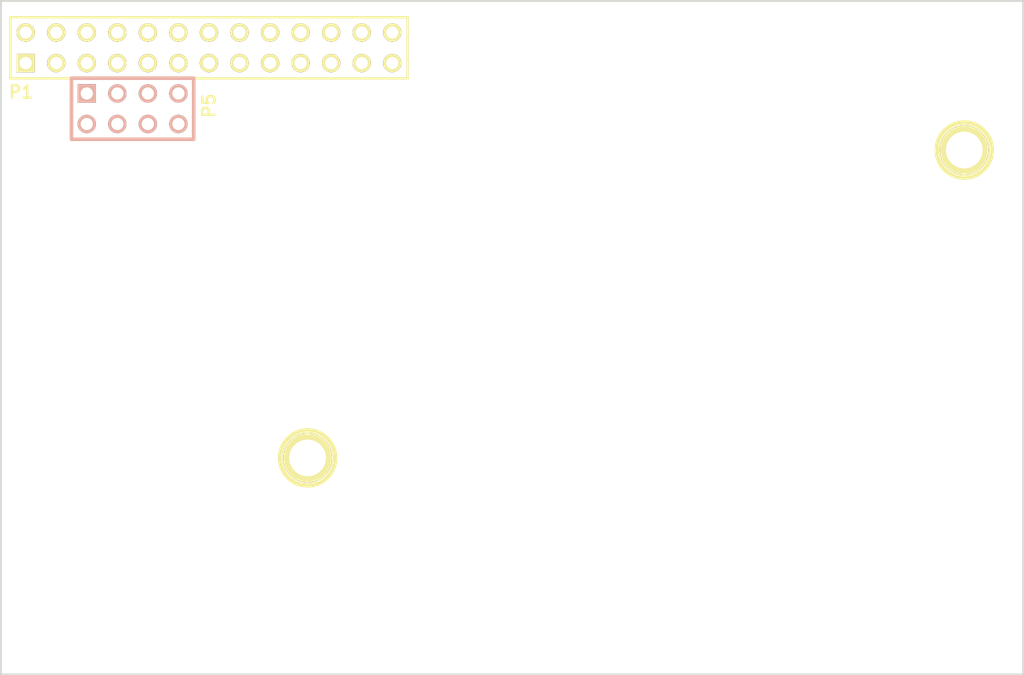
<source format=kicad_pcb>
(kicad_pcb (version 3) (host pcbnew "(2013-mar-25)-stable")

  (general
    (links 0)
    (no_connects 0)
    (area 99.924999 99.2264 185.075001 156.075001)
    (thickness 1.6)
    (drawings 5)
    (tracks 0)
    (zones 0)
    (modules 4)
    (nets 1)
  )

  (page A3)
  (layers
    (15 F.Cu signal)
    (0 B.Cu signal)
    (16 B.Adhes user)
    (17 F.Adhes user)
    (18 B.Paste user)
    (19 F.Paste user)
    (20 B.SilkS user)
    (21 F.SilkS user)
    (22 B.Mask user)
    (23 F.Mask user)
    (24 Dwgs.User user)
    (25 Cmts.User user)
    (26 Eco1.User user)
    (27 Eco2.User user)
    (28 Edge.Cuts user)
  )

  (setup
    (last_trace_width 0.254)
    (trace_clearance 0.254)
    (zone_clearance 0.508)
    (zone_45_only no)
    (trace_min 0.254)
    (segment_width 0.2)
    (edge_width 0.15)
    (via_size 0.889)
    (via_drill 0.635)
    (via_min_size 0.889)
    (via_min_drill 0.508)
    (uvia_size 0.508)
    (uvia_drill 0.127)
    (uvias_allowed no)
    (uvia_min_size 0.508)
    (uvia_min_drill 0.127)
    (pcb_text_width 0.3)
    (pcb_text_size 1 1)
    (mod_edge_width 0.15)
    (mod_text_size 1 1)
    (mod_text_width 0.15)
    (pad_size 4.064 4.064)
    (pad_drill 3.048)
    (pad_to_mask_clearance 0)
    (aux_axis_origin 0 0)
    (visible_elements FFFFFFBF)
    (pcbplotparams
      (layerselection 3178497)
      (usegerberextensions true)
      (excludeedgelayer true)
      (linewidth 152400)
      (plotframeref false)
      (viasonmask false)
      (mode 1)
      (useauxorigin false)
      (hpglpennumber 1)
      (hpglpenspeed 20)
      (hpglpendiameter 15)
      (hpglpenoverlay 2)
      (psnegative false)
      (psa4output false)
      (plotreference true)
      (plotvalue true)
      (plotothertext true)
      (plotinvisibletext false)
      (padsonsilk false)
      (subtractmaskfromsilk false)
      (outputformat 1)
      (mirror false)
      (drillshape 1)
      (scaleselection 1)
      (outputdirectory ""))
  )

  (net 0 "")

  (net_class Default "This is the default net class."
    (clearance 0.254)
    (trace_width 0.254)
    (via_dia 0.889)
    (via_drill 0.635)
    (uvia_dia 0.508)
    (uvia_drill 0.127)
    (add_net "")
  )

  (module pin_array_4x2 (layer B.Cu) (tedit 524088A7) (tstamp 52301CD8)
    (at 110.95 108.965)
    (descr "Double rangee de contacts 2 x 4 pins")
    (tags CONN)
    (path /5240881D)
    (fp_text reference P5 (at 6.35 -0.254 270) (layer F.SilkS)
      (effects (font (size 1.016 1.016) (thickness 0.2032)))
    )
    (fp_text value CONN_4X2 (at 0 -3.81) (layer B.SilkS) hide
      (effects (font (size 1.016 1.016) (thickness 0.2032)) (justify mirror))
    )
    (fp_line (start -5.08 2.54) (end 5.08 2.54) (layer B.SilkS) (width 0.3048))
    (fp_line (start 5.08 2.54) (end 5.08 -2.54) (layer B.SilkS) (width 0.3048))
    (fp_line (start 5.08 -2.54) (end -5.08 -2.54) (layer B.SilkS) (width 0.3048))
    (fp_line (start -5.08 -2.54) (end -5.08 2.54) (layer B.SilkS) (width 0.3048))
    (pad 1 thru_hole rect (at -3.81 -1.27) (size 1.524 1.524) (drill 1.016)
      (layers *.Cu *.Mask B.SilkS)
    )
    (pad 2 thru_hole circle (at -3.81 1.27) (size 1.524 1.524) (drill 1.016)
      (layers *.Cu *.Mask B.SilkS)
    )
    (pad 3 thru_hole circle (at -1.27 -1.27) (size 1.524 1.524) (drill 1.016)
      (layers *.Cu *.Mask B.SilkS)
    )
    (pad 4 thru_hole circle (at -1.27 1.27) (size 1.524 1.524) (drill 1.016)
      (layers *.Cu *.Mask B.SilkS)
    )
    (pad 5 thru_hole circle (at 1.27 -1.27) (size 1.524 1.524) (drill 1.016)
      (layers *.Cu *.Mask B.SilkS)
    )
    (pad 6 thru_hole circle (at 1.27 1.27) (size 1.524 1.524) (drill 1.016)
      (layers *.Cu *.Mask B.SilkS)
    )
    (pad 7 thru_hole circle (at 3.81 -1.27) (size 1.524 1.524) (drill 1.016)
      (layers *.Cu *.Mask B.SilkS)
    )
    (pad 8 thru_hole circle (at 3.81 1.27) (size 1.524 1.524) (drill 1.016)
      (layers *.Cu *.Mask B.SilkS)
    )
    (model pin_array/pins_array_4x2.wrl
      (at (xyz 0 0 0))
      (scale (xyz 1 1 1))
      (rotate (xyz 0 0 0))
    )
  )

  (module pin_array_13x2 (layer F.Cu) (tedit 524088A4) (tstamp 52408E67)
    (at 117.3 103.9)
    (descr "2 x 13 pins connector")
    (tags CONN)
    (path /5240880E)
    (fp_text reference P1 (at -15.621 3.683) (layer F.SilkS)
      (effects (font (size 1.016 1.016) (thickness 0.2032)))
    )
    (fp_text value CONN_13X2 (at 7.62 -3.81) (layer F.SilkS) hide
      (effects (font (size 1.016 1.016) (thickness 0.2032)))
    )
    (fp_line (start -16.51 2.54) (end 16.51 2.54) (layer F.SilkS) (width 0.2032))
    (fp_line (start 16.51 -2.54) (end -16.51 -2.54) (layer F.SilkS) (width 0.2032))
    (fp_line (start -16.51 -2.54) (end -16.51 2.54) (layer F.SilkS) (width 0.2032))
    (fp_line (start 16.51 2.54) (end 16.51 -2.54) (layer F.SilkS) (width 0.2032))
    (pad 1 thru_hole rect (at -15.24 1.27) (size 1.524 1.524) (drill 1.016)
      (layers *.Cu *.Mask F.SilkS)
    )
    (pad 2 thru_hole circle (at -15.24 -1.27) (size 1.524 1.524) (drill 1.016)
      (layers *.Cu *.Mask F.SilkS)
    )
    (pad 3 thru_hole circle (at -12.7 1.27) (size 1.524 1.524) (drill 1.016)
      (layers *.Cu *.Mask F.SilkS)
    )
    (pad 4 thru_hole circle (at -12.7 -1.27) (size 1.524 1.524) (drill 1.016)
      (layers *.Cu *.Mask F.SilkS)
    )
    (pad 5 thru_hole circle (at -10.16 1.27) (size 1.524 1.524) (drill 1.016)
      (layers *.Cu *.Mask F.SilkS)
    )
    (pad 6 thru_hole circle (at -10.16 -1.27) (size 1.524 1.524) (drill 1.016)
      (layers *.Cu *.Mask F.SilkS)
    )
    (pad 7 thru_hole circle (at -7.62 1.27) (size 1.524 1.524) (drill 1.016)
      (layers *.Cu *.Mask F.SilkS)
    )
    (pad 8 thru_hole circle (at -7.62 -1.27) (size 1.524 1.524) (drill 1.016)
      (layers *.Cu *.Mask F.SilkS)
    )
    (pad 9 thru_hole circle (at -5.08 1.27) (size 1.524 1.524) (drill 1.016)
      (layers *.Cu *.Mask F.SilkS)
    )
    (pad 10 thru_hole circle (at -5.08 -1.27) (size 1.524 1.524) (drill 1.016)
      (layers *.Cu *.Mask F.SilkS)
    )
    (pad 11 thru_hole circle (at -2.54 1.27) (size 1.524 1.524) (drill 1.016)
      (layers *.Cu *.Mask F.SilkS)
    )
    (pad 12 thru_hole circle (at -2.54 -1.27) (size 1.524 1.524) (drill 1.016)
      (layers *.Cu *.Mask F.SilkS)
    )
    (pad 13 thru_hole circle (at 0 1.27) (size 1.524 1.524) (drill 1.016)
      (layers *.Cu *.Mask F.SilkS)
    )
    (pad 14 thru_hole circle (at 0 -1.27) (size 1.524 1.524) (drill 1.016)
      (layers *.Cu *.Mask F.SilkS)
    )
    (pad 15 thru_hole circle (at 2.54 1.27) (size 1.524 1.524) (drill 1.016)
      (layers *.Cu *.Mask F.SilkS)
    )
    (pad 16 thru_hole circle (at 2.54 -1.27) (size 1.524 1.524) (drill 1.016)
      (layers *.Cu *.Mask F.SilkS)
    )
    (pad 17 thru_hole circle (at 5.08 1.27) (size 1.524 1.524) (drill 1.016)
      (layers *.Cu *.Mask F.SilkS)
    )
    (pad 18 thru_hole circle (at 5.08 -1.27) (size 1.524 1.524) (drill 1.016)
      (layers *.Cu *.Mask F.SilkS)
    )
    (pad 19 thru_hole circle (at 7.62 1.27) (size 1.524 1.524) (drill 1.016)
      (layers *.Cu *.Mask F.SilkS)
    )
    (pad 20 thru_hole circle (at 7.62 -1.27) (size 1.524 1.524) (drill 1.016)
      (layers *.Cu *.Mask F.SilkS)
    )
    (pad 21 thru_hole circle (at 10.16 1.27) (size 1.524 1.524) (drill 1.016)
      (layers *.Cu *.Mask F.SilkS)
    )
    (pad 22 thru_hole circle (at 10.16 -1.27) (size 1.524 1.524) (drill 1.016)
      (layers *.Cu *.Mask F.SilkS)
    )
    (pad 23 thru_hole circle (at 12.7 1.27) (size 1.524 1.524) (drill 1.016)
      (layers *.Cu *.Mask F.SilkS)
    )
    (pad 24 thru_hole circle (at 12.7 -1.27) (size 1.524 1.524) (drill 1.016)
      (layers *.Cu *.Mask F.SilkS)
    )
    (pad 25 thru_hole circle (at 15.24 1.27) (size 1.524 1.524) (drill 1.016)
      (layers *.Cu *.Mask F.SilkS)
    )
    (pad 26 thru_hole circle (at 15.24 -1.27) (size 1.524 1.524) (drill 1.016)
      (layers *.Cu *.Mask F.SilkS)
    )
    (model pin_array/pins_array_13x2.wrl
      (at (xyz 0 0 0))
      (scale (xyz 1 1 1))
      (rotate (xyz 0 0 0))
    )
  )

  (module 1pin (layer F.Cu) (tedit 200000) (tstamp 524527A3)
    (at 125.5 138)
    (descr "module 1 pin (ou trou mecanique de percage)")
    (tags DEV)
    (path 1pin)
    (fp_text reference "" (at 0 0) (layer F.SilkS)
      (effects (font (size 0.0004 0.0004) (thickness 0.00012)))
    )
    (fp_text value "" (at 0 0) (layer F.SilkS)
      (effects (font (size 0.0004 0.0004) (thickness 0.00012)))
    )
    (fp_circle (center 0 0) (end 0 -2.286) (layer F.SilkS) (width 0.381))
    (pad 1 thru_hole circle (at 0 0) (size 4.064 4.064) (drill 3.048)
      (layers *.Cu *.Mask F.SilkS)
    )
  )

  (module 1pin (layer F.Cu) (tedit 200000) (tstamp 52408C1E)
    (at 180.1 112.4)
    (descr "module 1 pin (ou trou mecanique de percage)")
    (tags DEV)
    (path 1pin)
    (fp_text reference "" (at 0 0) (layer F.SilkS)
      (effects (font (size 0.0004 0.0004) (thickness 0.00012)))
    )
    (fp_text value "" (at 0 0) (layer F.SilkS)
      (effects (font (size 0.0004 0.0004) (thickness 0.00012)))
    )
    (fp_circle (center 0 0) (end 0 -2.286) (layer F.SilkS) (width 0.381))
    (pad 1 thru_hole circle (at 0 0) (size 4.064 4.064) (drill 3.048)
      (layers *.Cu *.Mask F.SilkS)
    )
  )

  (gr_text "Raspberry Pi template by\nwww.crazy-audio.com" (at 173.355 152.146) (layer Dwgs.User)
    (effects (font (size 1 1) (thickness 0.25)))
  )
  (gr_line (start 100 100) (end 185 100) (angle 90) (layer Edge.Cuts) (width 0.15))
  (gr_line (start 185 100) (end 185 156) (angle 90) (layer Edge.Cuts) (width 0.15))
  (gr_line (start 185 156) (end 100 156) (angle 90) (layer Edge.Cuts) (width 0.15))
  (gr_line (start 100 100) (end 100 156) (angle 90) (layer Edge.Cuts) (width 0.15))

)

</source>
